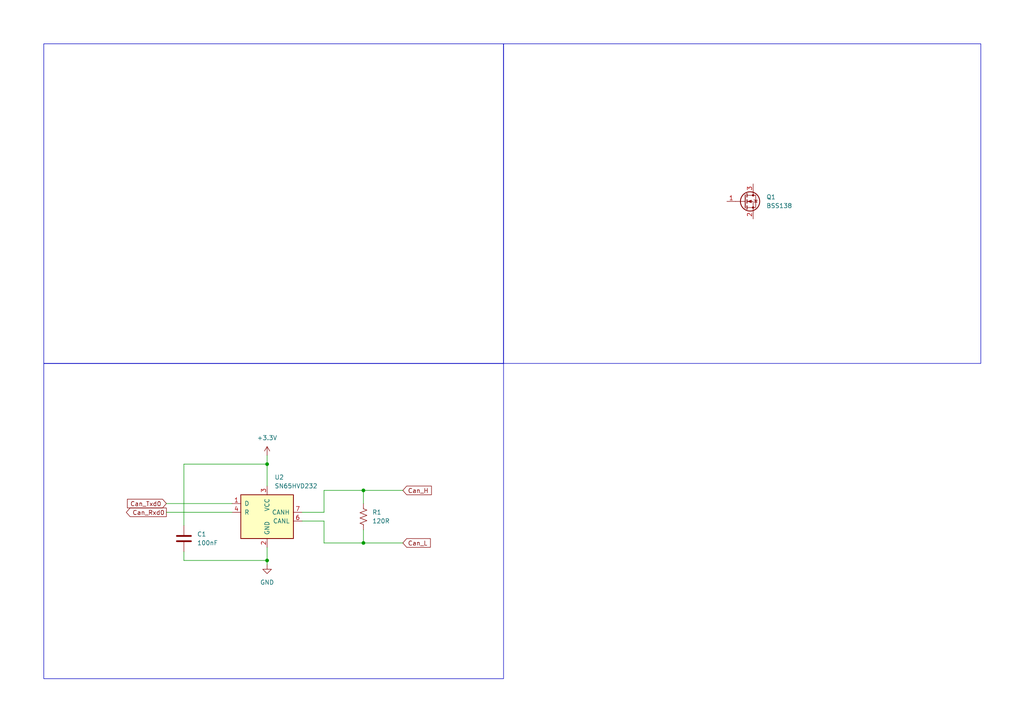
<source format=kicad_sch>
(kicad_sch (version 20250114) (generator "eeschema") (generator_version "9.0")
  (paper "A4")
  (lib_symbols
    (symbol "Device:C" (pin_numbers (hide yes)) (pin_names (offset 0.254))
      (property "Reference" "C" (at 0.635 2.54 0))
      (property "Value" "C" (at 0.635 -2.54 0))
      (symbol "C_0_1"
        (polyline (pts (xy -2.032 0.762) (xy 2.032 0.762)) (stroke (width 0.508)))
        (polyline (pts (xy -2.032 -0.762) (xy 2.032 -0.762)) (stroke (width 0.508)))
      )
      (symbol "C_1_1"
        (pin passive line (at 0 3.81 270) (length 2.794) (name "~") (number "1"))
        (pin passive line (at 0 -3.81 90) (length 2.794) (name "~") (number "2"))
      )
    )
    (symbol "Device:R_US" (pin_numbers (hide yes)) (pin_names (offset 0))
      (property "Reference" "R" (at 2.54 0 90))
      (property "Value" "R_US" (at -2.54 0 90))
      (symbol "R_US_0_1"
        (polyline (pts (xy 0 2.286) (xy 0 2.54)))
        (polyline (pts (xy 0 2.286) (xy 1.016 1.905) (xy 0 1.524) (xy -1.016 1.143) (xy 0 0.762)))
        (polyline (pts (xy 0 0.762) (xy 1.016 0.381) (xy 0 0) (xy -1.016 -0.381) (xy 0 -0.762)))
        (polyline (pts (xy 0 -0.762) (xy 1.016 -1.143) (xy 0 -1.524) (xy -1.016 -1.905) (xy 0 -2.286)))
        (polyline (pts (xy 0 -2.286) (xy 0 -2.54)))
      )
      (symbol "R_US_1_1"
        (pin passive line (at 0 3.81 270) (length 1.27) (name "~") (number "1"))
        (pin passive line (at 0 -3.81 90) (length 1.27) (name "~") (number "2"))
      )
    )
    (symbol "Interface_CAN_LIN:SN65HVD232" (pin_names (offset 1.016))
      (property "Reference" "U" (at -2.54 10.16 0))
      (property "Value" "SN65HVD232" (at -2.54 7.62 0))
      (symbol "SN65HVD232_0_1"
        (rectangle (start -7.62 5.08) (end 7.62 -7.62) (stroke (width 0.254)) (fill (type background)))
      )
      (symbol "SN65HVD232_1_1"
        (pin input line (at -10.16 2.54 0) (length 2.54) (name "D") (number "1"))
        (pin output line (at -10.16 0 0) (length 2.54) (name "R") (number "4"))
        (pin no_connect line (at -7.62 -2.54 0) (length 2.54) (hide yes) (name "NC") (number "5"))
        (pin no_connect line (at -7.62 -5.08 0) (length 2.54) (hide yes) (name "NC") (number "8"))
        (pin power_in line (at 0 7.62 270) (length 2.54) (name "VCC") (number "3"))
        (pin power_in line (at 0 -10.16 90) (length 2.54) (name "GND") (number "2"))
        (pin bidirectional line (at 10.16 0 180) (length 2.54) (name "CANH") (number "7"))
        (pin bidirectional line (at 10.16 -2.54 180) (length 2.54) (name "CANL") (number "6"))
      )
    )
    (symbol "Transistor_FET:BSS138" (pin_names (hide yes))
      (property "Reference" "Q" (at 5.08 1.905 0))
      (property "Value" "BSS138" (at 5.08 0 0))
      (symbol "BSS138_0_1"
        (polyline (pts (xy 0.254 1.905) (xy 0.254 -1.905)) (stroke (width 0.254)))
        (polyline (pts (xy 0.254 0) (xy -2.54 0)))
        (polyline (pts (xy 0.762 2.286) (xy 0.762 1.27)) (stroke (width 0.254)))
        (polyline (pts (xy 0.762 0.508) (xy 0.762 -0.508)) (stroke (width 0.254)))
        (polyline (pts (xy 0.762 -1.27) (xy 0.762 -2.286)) (stroke (width 0.254)))
        (polyline (pts (xy 0.762 -1.778) (xy 3.302 -1.778) (xy 3.302 1.778) (xy 0.762 1.778)))
        (polyline (pts (xy 1.016 0) (xy 2.032 0.381) (xy 2.032 -0.381) (xy 1.016 0)) (fill (type outline)))
        (circle (center 1.651 0) (radius 2.794) (stroke (width 0.254)))
        (polyline (pts (xy 2.54 2.54) (xy 2.54 1.778)))
        (circle (center 2.54 1.778) (radius 0.254) (fill (type outline)))
        (circle (center 2.54 -1.778) (radius 0.254) (fill (type outline)))
        (polyline (pts (xy 2.54 -2.54) (xy 2.54 0) (xy 0.762 0)))
        (polyline (pts (xy 2.794 0.508) (xy 2.921 0.381) (xy 3.683 0.381) (xy 3.81 0.254)))
        (polyline (pts (xy 3.302 0.381) (xy 2.921 -0.254) (xy 3.683 -0.254) (xy 3.302 0.381)))
      )
      (symbol "BSS138_1_1"
        (pin input line (at -5.08 0 0) (length 2.54) (name "G") (number "1"))
        (pin passive line (at 2.54 5.08 270) (length 2.54) (name "D") (number "3"))
        (pin passive line (at 2.54 -5.08 90) (length 2.54) (name "S") (number "2"))
      )
    )
    (symbol "power:+3.3VDAC" (power) (pin_names (offset 0))
      (property "Value" "+3.3VDAC" (at 0 2.54 0))
      (symbol "+3.3VDAC_0_0"
        (pin power_in line (at 0 0 90) (length 0) (hide yes) (name "+3.3VDAC") (number "1"))
      )
      (symbol "+3.3VDAC_0_1"
        (polyline (pts (xy -0.762 1.27) (xy 0 2.54)))
        (polyline (pts (xy 0 2.54) (xy 0.762 1.27)))
        (polyline (pts (xy 0 0) (xy 0 2.54)))
      )
    )
    (symbol "power:GND" (power) (pin_names (offset 0))
      (property "Value" "GND" (at 0 -3.81 0))
      (symbol "GND_0_1"
        (polyline (pts (xy 0 0) (xy 0 -1.27) (xy 1.27 -1.27) (xy 0 -2.54) (xy -1.27 -1.27) (xy 0 -1.27)))
      )
      (symbol "GND_1_1"
        (pin power_in line (at 0 0 270) (length 0) (hide yes) (name "GND") (number "1"))
      )
    )
  )
  (rectangle (start 146.05 12.7) (end 284.48 105.41))
  (rectangle (start 12.7 105.41) (end 146.05 196.85))
  (rectangle (start 12.7 12.7) (end 146.05 105.41))
  (junction (at 77.47 134.62))
  (junction (at 105.41 142.24))
  (junction (at 105.41 157.48))
  (junction (at 77.47 162.56))
  (wire (pts (xy 77.47 162.56) (xy 77.47 163.83)))
  (wire (pts (xy 93.98 151.13) (xy 93.98 157.48)))
  (wire (pts (xy 93.98 157.48) (xy 105.41 157.48)))
  (wire (pts (xy 93.98 142.24) (xy 105.41 142.24)))
  (wire (pts (xy 105.41 157.48) (xy 116.84 157.48)))
  (wire (pts (xy 105.41 142.24) (xy 116.84 142.24)))
  (wire (pts (xy 87.63 148.59) (xy 93.98 148.59)))
  (wire (pts (xy 77.47 158.75) (xy 77.47 162.56)))
  (wire (pts (xy 105.41 146.05) (xy 105.41 142.24)))
  (wire (pts (xy 53.34 162.56) (xy 77.47 162.56)))
  (wire (pts (xy 53.34 134.62) (xy 77.47 134.62)))
  (wire (pts (xy 77.47 132.08) (xy 77.47 134.62)))
  (wire (pts (xy 87.63 151.13) (xy 93.98 151.13)))
  (wire (pts (xy 48.26 148.59) (xy 67.31 148.59)))
  (wire (pts (xy 105.41 153.67) (xy 105.41 157.48)))
  (wire (pts (xy 53.34 160.02) (xy 53.34 162.56)))
  (wire (pts (xy 48.26 146.05) (xy 67.31 146.05)))
  (wire (pts (xy 77.47 134.62) (xy 77.47 140.97)))
  (wire (pts (xy 93.98 148.59) (xy 93.98 142.24)))
  (wire (pts (xy 53.34 152.4) (xy 53.34 134.62)))
  (global_label "Can_Txd0" (shape input) (at 48.26 146.05 180) (property "Intersheetrefs" "${INTERSHEET_REFS}" (effects (hide yes))))
  (global_label "Can_L" (shape input) (at 116.84 157.48 0) (property "Intersheetrefs" "${INTERSHEET_REFS}" (effects (hide yes))))
  (global_label "Can_H" (shape input) (at 116.84 142.24 0) (property "Intersheetrefs" "${INTERSHEET_REFS}" (effects (hide yes))))
  (global_label "Can_Rxd0" (shape output) (at 48.26 148.59 180) (property "Intersheetrefs" "${INTERSHEET_REFS}" (effects (hide yes))))
  (symbol (lib_id "Device:R_US") (at 105.41 149.86 0) (unit 1)
    (property "Reference" "R1" (at 107.95 148.5899 0) (effects (justify left)))
    (property "Value" "120R" (at 107.95 151.1299 0) (effects (justify left)))
    (property "Description" "Resistor, US symbol" (effects (hide yes)))
  )
  (symbol (lib_id "Transistor_FET:BSS138") (at 215.9 58.42 0) (unit 1)
    (property "Reference" "Q1" (at 222.25 57.1499 0) (effects (justify left)))
    (property "Value" "BSS138" (at 222.25 59.6899 0) (effects (justify left)))
    (property "Footprint" "Package_TO_SOT_SMD:SOT-23" (effects (hide yes)))
    (property "Datasheet" "https://www.onsemi.com/pub/Collateral/BSS138-D.PDF" (effects (hide yes)))
    (property "Description" "50V Vds, 0.22A Id, N-Channel MOSFET, SOT-23" (effects (hide yes)))
  )
  (symbol (lib_id "Device:C") (at 53.34 156.21 0) (unit 1)
    (property "Reference" "C1" (at 57.15 154.9399 0) (effects (justify left)))
    (property "Value" "100nF" (at 57.15 157.4799 0) (effects (justify left)))
    (property "Description" "Unpolarized capacitor" (effects (hide yes)))
  )
  (symbol (lib_id "Interface_CAN_LIN:SN65HVD232") (at 77.47 148.59 0) (unit 1)
    (property "Reference" "U2" (at 79.6133 138.43 0) (effects (justify left)))
    (property "Value" "SN65HVD232" (at 79.6133 140.97 0) (effects (justify left)))
    (property "Footprint" "Package_SO:SOIC-8_3.9x4.9mm_P1.27mm" (effects (hide yes)))
    (property "Datasheet" "http://www.ti.com/lit/ds/symlink/sn65hvd230.pdf" (effects (hide yes)))
    (property "Description" "CAN Bus Transceivers, 3.3V, 1Mbps, SOIC-8" (effects (hide yes)))
  )
  (symbol (lib_id "power:+3.3VDAC") (at 77.47 132.08 0) (unit 1)
    (property "Reference" "#PWR03" (effects (hide yes)))
    (property "Value" "+3.3V" (at 77.47 127 0))
    (property "Description" "Power symbol creates a global label with name \"+3.3VDAC\"" (effects (hide yes)))
  )
  (symbol (lib_id "power:GND") (at 77.47 163.83 0) (unit 1)
    (property "Reference" "#PWR01" (effects (hide yes)))
    (property "Value" "GND" (at 77.47 168.91 0))
    (property "Description" "Power symbol creates a global label with name \"GND\" , ground" (effects (hide yes)))
  )
)
</source>
